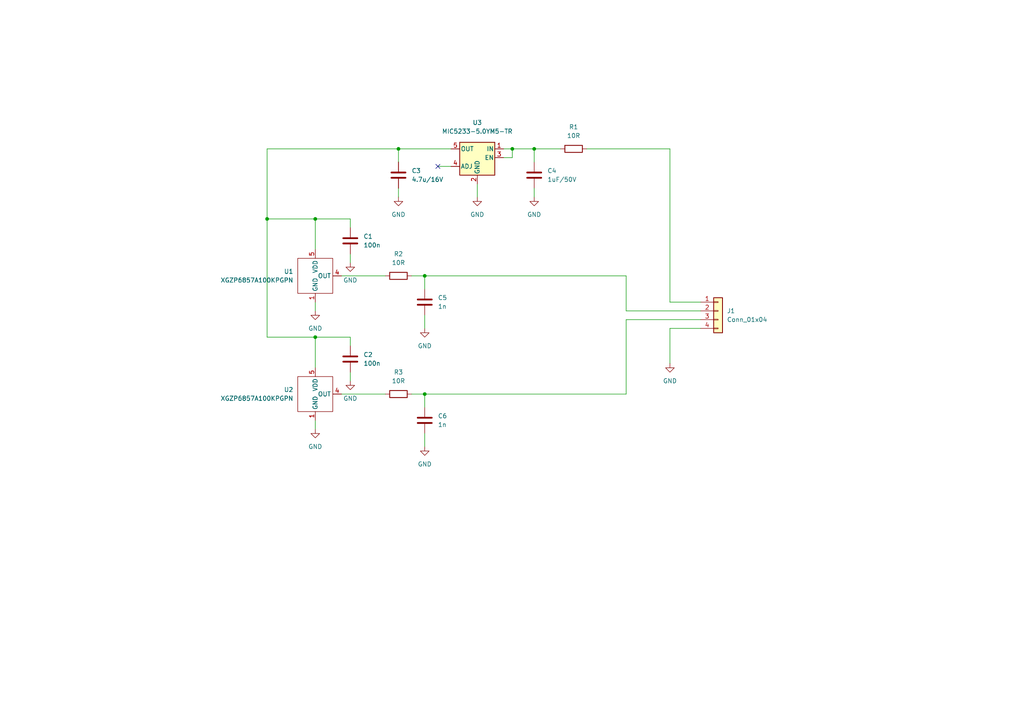
<source format=kicad_sch>
(kicad_sch (version 20211123) (generator eeschema)
  (paper "A4")
  (lib_symbols
    (symbol "Connector_Generic:Conn_01x04" (pin_names (offset 1.016) hide)
      (property "Reference" "J" (at 0 5.08 0))
      (property "Value" "Conn_01x04" (at 0 -7.62 0))
      (symbol "Conn_01x04_1_1"
        (rectangle (start -1.27 -4.953) (end 0 -5.207) (stroke (width 0.1524)))
        (rectangle (start -1.27 -2.413) (end 0 -2.667) (stroke (width 0.1524)))
        (rectangle (start -1.27 0.127) (end 0 -0.127) (stroke (width 0.1524)))
        (rectangle (start -1.27 2.667) (end 0 2.413) (stroke (width 0.1524)))
        (rectangle (start -1.27 3.81) (end 1.27 -6.35) (stroke (width 0.254)) (fill (type background)))
        (pin passive line (at -5.08 2.54 0) (length 3.81) (name "Pin_1") (number "1"))
        (pin passive line (at -5.08 0 0) (length 3.81) (name "Pin_2") (number "2"))
        (pin passive line (at -5.08 -2.54 0) (length 3.81) (name "Pin_3") (number "3"))
        (pin passive line (at -5.08 -5.08 0) (length 3.81) (name "Pin_4") (number "4"))
      )
    )
    (symbol "Device:C" (pin_numbers hide) (pin_names (offset 0.254))
      (property "Reference" "C" (at 0.635 2.54 0))
      (property "Value" "C" (at 0.635 -2.54 0))
      (symbol "C_0_1"
        (polyline (pts (xy -2.032 -0.762) (xy 2.032 -0.762)) (stroke (width 0.508)))
        (polyline (pts (xy -2.032 0.762) (xy 2.032 0.762)) (stroke (width 0.508)))
      )
      (symbol "C_1_1"
        (pin passive line (at 0 3.81 270) (length 2.794) (name "~") (number "1"))
        (pin passive line (at 0 -3.81 90) (length 2.794) (name "~") (number "2"))
      )
    )
    (symbol "Device:R" (pin_numbers hide) (pin_names (offset 0))
      (property "Reference" "R" (at 2.032 0 90))
      (property "Value" "R" (at 0 0 90))
      (symbol "R_0_1"
        (rectangle (start -1.016 -2.54) (end 1.016 2.54) (stroke (width 0.254)))
      )
      (symbol "R_1_1"
        (pin passive line (at 0 3.81 270) (length 1.27) (name "~") (number "1"))
        (pin passive line (at 0 -3.81 90) (length 1.27) (name "~") (number "2"))
      )
    )
    (symbol "Project:XGZP6857A"
      (property "Reference" "U" (at -16.51 0 0))
      (property "Value" "XGZP6857A" (at -11.43 -2.54 0))
      (symbol "XGZP6857A_0_1"
        (rectangle (start -5.08 5.08) (end 5.08 -5.08))
      )
      (symbol "XGZP6857A_1_1"
        (pin power_in line (at 0 -7.62 90) (length 2.54) (name "GND") (number "1"))
        (pin power_in line (at 7.62 0 180) (length 2.54) (name "OUT") (number "4"))
        (pin power_in line (at 0 7.62 270) (length 2.54) (name "VDD") (number "5"))
      )
    )
    (symbol "Regulator_Linear:MIC5205YM5" (pin_names (offset 0.254))
      (property "Reference" "U" (at -3.81 5.715 0))
      (property "Value" "MIC5205YM5" (at 0 5.715 0))
      (symbol "MIC5205YM5_0_1"
        (rectangle (start -5.08 4.445) (end 5.08 -5.08) (stroke (width 0.254)) (fill (type background)))
      )
      (symbol "MIC5205YM5_1_1"
        (pin power_in line (at -7.62 2.54 0) (length 2.54) (name "IN") (number "1"))
        (pin power_in line (at 0 -7.62 90) (length 2.54) (name "GND") (number "2"))
        (pin input line (at -7.62 0 0) (length 2.54) (name "EN") (number "3"))
        (pin input line (at 7.62 -2.54 180) (length 2.54) (name "ADJ") (number "4"))
        (pin power_out line (at 7.62 2.54 180) (length 2.54) (name "OUT") (number "5"))
      )
    )
    (symbol "XGZP6857A_1"
      (property "Reference" "U" (at -16.51 0 0))
      (property "Value" "XGZP6857A_1" (at -11.43 -2.54 0))
      (symbol "XGZP6857A_1_0_1"
        (rectangle (start -5.08 5.08) (end 5.08 -5.08))
      )
      (symbol "XGZP6857A_1_1_1"
        (pin power_in line (at 0 -7.62 90) (length 2.54) (name "GND") (number "1"))
        (pin power_in line (at 7.62 0 180) (length 2.54) (name "OUT") (number "4"))
        (pin power_in line (at 0 7.62 270) (length 2.54) (name "VDD") (number "5"))
      )
    )
    (symbol "power:GND" (power) (pin_names (offset 0))
      (property "Value" "GND" (at 0 -3.81 0))
      (symbol "GND_0_1"
        (polyline (pts (xy 0 0) (xy 0 -1.27) (xy 1.27 -1.27) (xy 0 -2.54) (xy -1.27 -1.27) (xy 0 -1.27)))
      )
      (symbol "GND_1_1"
        (pin power_in line (at 0 0 270) (length 0) hide (name "GND") (number "1"))
      )
    )
  )
  (junction (at 115.57 43.18))
  (junction (at 91.44 97.79))
  (junction (at 77.47 63.5))
  (junction (at 123.19 80.01))
  (junction (at 91.44 63.5))
  (junction (at 154.94 43.18))
  (junction (at 148.59 43.18))
  (junction (at 123.19 114.3))
  (no_connect (at 127 48.26))
  (wire (pts (xy 115.57 43.18) (xy 115.57 46.99)))
  (wire (pts (xy 91.44 97.79) (xy 91.44 106.68)))
  (wire (pts (xy 154.94 43.18) (xy 162.56 43.18)))
  (wire (pts (xy 115.57 43.18) (xy 130.81 43.18)))
  (wire (pts (xy 203.2 90.17) (xy 181.61 90.17)))
  (wire (pts (xy 77.47 43.18) (xy 115.57 43.18)))
  (wire (pts (xy 181.61 80.01) (xy 123.19 80.01)))
  (wire (pts (xy 91.44 87.63) (xy 91.44 90.17)))
  (wire (pts (xy 123.19 125.73) (xy 123.19 129.54)))
  (wire (pts (xy 123.19 91.44) (xy 123.19 95.25)))
  (wire (pts (xy 203.2 87.63) (xy 194.31 87.63)))
  (wire (pts (xy 181.61 90.17) (xy 181.61 80.01)))
  (wire (pts (xy 146.05 43.18) (xy 148.59 43.18)))
  (wire (pts (xy 127 48.26) (xy 130.81 48.26)))
  (wire (pts (xy 194.31 95.25) (xy 194.31 105.41)))
  (wire (pts (xy 181.61 114.3) (xy 181.61 92.71)))
  (wire (pts (xy 203.2 95.25) (xy 194.31 95.25)))
  (wire (pts (xy 77.47 63.5) (xy 77.47 43.18)))
  (wire (pts (xy 101.6 73.66) (xy 101.6 76.2)))
  (wire (pts (xy 123.19 114.3) (xy 123.19 118.11)))
  (wire (pts (xy 101.6 100.33) (xy 101.6 97.79)))
  (wire (pts (xy 101.6 63.5) (xy 91.44 63.5)))
  (wire (pts (xy 101.6 107.95) (xy 101.6 110.49)))
  (wire (pts (xy 99.06 114.3) (xy 111.76 114.3)))
  (wire (pts (xy 123.19 80.01) (xy 123.19 83.82)))
  (wire (pts (xy 91.44 121.92) (xy 91.44 124.46)))
  (wire (pts (xy 154.94 43.18) (xy 154.94 46.99)))
  (wire (pts (xy 101.6 66.04) (xy 101.6 63.5)))
  (wire (pts (xy 154.94 54.61) (xy 154.94 57.15)))
  (wire (pts (xy 91.44 63.5) (xy 77.47 63.5)))
  (wire (pts (xy 123.19 80.01) (xy 119.38 80.01)))
  (wire (pts (xy 146.05 45.72) (xy 148.59 45.72)))
  (wire (pts (xy 115.57 54.61) (xy 115.57 57.15)))
  (wire (pts (xy 148.59 45.72) (xy 148.59 43.18)))
  (wire (pts (xy 181.61 92.71) (xy 203.2 92.71)))
  (wire (pts (xy 148.59 43.18) (xy 154.94 43.18)))
  (wire (pts (xy 111.76 80.01) (xy 99.06 80.01)))
  (wire (pts (xy 119.38 114.3) (xy 123.19 114.3)))
  (wire (pts (xy 91.44 63.5) (xy 91.44 72.39)))
  (wire (pts (xy 91.44 97.79) (xy 77.47 97.79)))
  (wire (pts (xy 138.43 53.34) (xy 138.43 57.15)))
  (wire (pts (xy 101.6 97.79) (xy 91.44 97.79)))
  (wire (pts (xy 123.19 114.3) (xy 181.61 114.3)))
  (wire (pts (xy 194.31 87.63) (xy 194.31 43.18)))
  (wire (pts (xy 170.18 43.18) (xy 194.31 43.18)))
  (wire (pts (xy 77.47 63.5) (xy 77.47 97.79)))
  (symbol (lib_id "power:GND") (at 123.19 95.25 0) (unit 1)
    (property "Reference" "#PWR0109" (effects hide))
    (property "Value" "GND" (at 123.19 100.33 0))
  )
  (symbol (lib_id "Device:C") (at 154.94 50.8 0) (unit 1)
    (property "Reference" "C4" (at 158.75 49.5299 0) (effects (justify left)))
    (property "Value" "1uF/50V" (at 158.75 52.0699 0) (effects (justify left)))
    (property "Footprint" "Capacitor_SMD:C_0805_2012Metric" (effects hide))
    (property "LCSC" "C28323" (effects hide))
  )
  (symbol (lib_id "Project:XGZP6857A") (at 91.44 114.3 0) (unit 1)
    (property "Reference" "U2" (at 85.09 113.0299 0) (effects (justify right)))
    (property "Value" "XGZP6857A100KPGPN" (at 85.09 115.5699 0) (effects (justify right)))
    (property "Footprint" "Project:XGZP6857A" (effects hide))
  )
  (symbol (lib_id "Device:C") (at 101.6 69.85 0) (unit 1)
    (property "Reference" "C1" (at 105.41 68.5799 0) (effects (justify left)))
    (property "Value" "100n" (at 105.41 71.1199 0) (effects (justify left)))
    (property "Footprint" "Capacitor_SMD:C_0603_1608Metric" (effects hide))
    (property "LCSC" "C14663" (effects hide))
  )
  (symbol (lib_id "power:GND") (at 115.57 57.15 0) (unit 1)
    (property "Reference" "#PWR0104" (effects hide))
    (property "Value" "GND" (at 115.57 62.23 0))
  )
  (symbol (lib_id "power:GND") (at 194.31 105.41 0) (unit 1)
    (property "Reference" "#PWR0101" (effects hide))
    (property "Value" "GND" (at 194.31 110.49 0))
  )
  (symbol (lib_id "Regulator_Linear:MIC5205YM5") (at 138.43 45.72 0) (mirror y) (unit 1)
    (property "Reference" "U3" (at 138.43 35.56 0))
    (property "Value" "MIC5233-5.0YM5-TR" (at 138.43 38.1 0))
    (property "Footprint" "Package_TO_SOT_SMD:SOT-23-5" (effects hide))
    (property "Datasheet" "http://ww1.microchip.com/downloads/en/DeviceDoc/20005785A.pdf" (effects hide))
    (property "LCSC" "C219988" (effects hide))
  )
  (symbol (lib_id "power:GND") (at 101.6 76.2 0) (unit 1)
    (property "Reference" "#PWR0103" (effects hide))
    (property "Value" "GND" (at 101.6 81.28 0))
  )
  (symbol (lib_id "Device:R") (at 115.57 114.3 90) (unit 1)
    (property "Reference" "R3" (at 115.57 107.95 90))
    (property "Value" "10R" (at 115.57 110.49 90))
    (property "Footprint" "Resistor_SMD:R_0805_2012Metric" (effects hide))
    (property "LCSC" "C17415" (effects hide))
  )
  (symbol (lib_id "power:GND") (at 101.6 110.49 0) (unit 1)
    (property "Reference" "#PWR0106" (effects hide))
    (property "Value" "GND" (at 101.6 115.57 0))
  )
  (symbol (lib_id "Device:C") (at 123.19 87.63 0) (unit 1)
    (property "Reference" "C5" (at 127 86.3599 0) (effects (justify left)))
    (property "Value" "1n" (at 127 88.8999 0) (effects (justify left)))
    (property "Footprint" "Capacitor_SMD:C_0603_1608Metric" (effects hide))
    (property "LCSC" "C1588" (effects hide))
  )
  (symbol (lib_id "Device:C") (at 101.6 104.14 0) (unit 1)
    (property "Reference" "C2" (at 105.41 102.8699 0) (effects (justify left)))
    (property "Value" "100n" (at 105.41 105.4099 0) (effects (justify left)))
    (property "Footprint" "Capacitor_SMD:C_0603_1608Metric" (effects hide))
    (property "LCSC" "C14663" (effects hide))
  )
  (symbol (lib_id "Device:R") (at 166.37 43.18 90) (unit 1)
    (property "Reference" "R1" (at 166.37 36.83 90))
    (property "Value" "10R" (at 166.37 39.37 90))
    (property "Footprint" "Resistor_SMD:R_0805_2012Metric" (effects hide))
    (property "LCSC" "C17415" (effects hide))
  )
  (symbol (lib_id "power:GND") (at 138.43 57.15 0) (unit 1)
    (property "Reference" "#PWR0105" (effects hide))
    (property "Value" "GND" (at 138.43 62.23 0))
  )
  (symbol (lib_id "power:GND") (at 91.44 90.17 0) (unit 1)
    (property "Reference" "#PWR0108" (effects hide))
    (property "Value" "GND" (at 91.44 95.25 0))
  )
  (symbol (lib_name "XGZP6857A_1") (lib_id "Project:XGZP6857A") (at 91.44 80.01 0) (unit 1)
    (property "Reference" "U1" (at 85.09 78.7399 0) (effects (justify right)))
    (property "Value" "XGZP6857A100KPGPN" (at 85.09 81.2799 0) (effects (justify right)))
    (property "Footprint" "Project:XGZP6857A" (effects hide))
  )
  (symbol (lib_id "power:GND") (at 91.44 124.46 0) (unit 1)
    (property "Reference" "#PWR0107" (effects hide))
    (property "Value" "GND" (at 91.44 129.54 0))
  )
  (symbol (lib_id "Device:C") (at 123.19 121.92 0) (unit 1)
    (property "Reference" "C6" (at 127 120.6499 0) (effects (justify left)))
    (property "Value" "1n" (at 127 123.1899 0) (effects (justify left)))
    (property "Footprint" "Capacitor_SMD:C_0603_1608Metric" (effects hide))
    (property "LCSC" "C1588" (effects hide))
  )
  (symbol (lib_id "Device:C") (at 115.57 50.8 0) (unit 1)
    (property "Reference" "C3" (at 119.38 49.5299 0) (effects (justify left)))
    (property "Value" "4.7u/16V" (at 119.38 52.0699 0) (effects (justify left)))
    (property "Footprint" "Capacitor_SMD:C_0603_1608Metric" (effects hide))
    (property "LCSC" "C19666" (effects hide))
  )
  (symbol (lib_id "power:GND") (at 123.19 129.54 0) (unit 1)
    (property "Reference" "#PWR0110" (effects hide))
    (property "Value" "GND" (at 123.19 134.62 0))
  )
  (symbol (lib_id "power:GND") (at 154.94 57.15 0) (unit 1)
    (property "Reference" "#PWR0102" (effects hide))
    (property "Value" "GND" (at 154.94 62.23 0))
  )
  (symbol (lib_id "Device:R") (at 115.57 80.01 90) (unit 1)
    (property "Reference" "R2" (at 115.57 73.66 90))
    (property "Value" "10R" (at 115.57 76.2 90))
    (property "Footprint" "Resistor_SMD:R_0805_2012Metric" (effects hide))
    (property "LCSC" "C17415" (effects hide))
  )
  (symbol (lib_id "Connector_Generic:Conn_01x04") (at 208.28 90.17 0) (unit 1)
    (property "Reference" "J1" (at 210.82 90.1699 0) (effects (justify left)))
    (property "Value" "Conn_01x04" (at 210.82 92.7099 0) (effects (justify left)))
    (property "Footprint" "Connector_JST:JST_XH_B4B-XH-A_1x04_P2.50mm_Vertical" (effects hide))
  )
)
</source>
